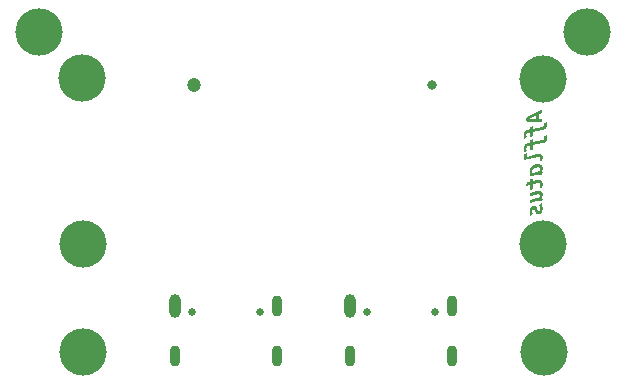
<source format=gbr>
%TF.GenerationSoftware,KiCad,Pcbnew,(7.0.0)*%
%TF.CreationDate,2023-04-19T19:18:22+08:00*%
%TF.ProjectId,Expansion,45787061-6e73-4696-9f6e-2e6b69636164,rev?*%
%TF.SameCoordinates,Original*%
%TF.FileFunction,Soldermask,Bot*%
%TF.FilePolarity,Negative*%
%FSLAX46Y46*%
G04 Gerber Fmt 4.6, Leading zero omitted, Abs format (unit mm)*
G04 Created by KiCad (PCBNEW (7.0.0)) date 2023-04-19 19:18:22*
%MOMM*%
%LPD*%
G01*
G04 APERTURE LIST*
%ADD10C,0.200000*%
%ADD11C,4.000000*%
%ADD12C,0.650000*%
%ADD13O,1.000000X2.000000*%
%ADD14O,0.900000X1.800000*%
%ADD15C,1.200000*%
%ADD16C,0.800000*%
G04 APERTURE END LIST*
D10*
G36*
X156418000Y-86147690D02*
G01*
X156407271Y-86151663D01*
X156391247Y-86157686D01*
X156375306Y-86163785D01*
X156359447Y-86169960D01*
X156343670Y-86176210D01*
X156327976Y-86182535D01*
X156312364Y-86188936D01*
X156296835Y-86195413D01*
X156281388Y-86201965D01*
X156266024Y-86208593D01*
X156250742Y-86215296D01*
X156240600Y-86219783D01*
X156225455Y-86226484D01*
X156210393Y-86233150D01*
X156195413Y-86239783D01*
X156180516Y-86246381D01*
X156165701Y-86252944D01*
X156150969Y-86259474D01*
X156136319Y-86265968D01*
X156121751Y-86272429D01*
X156107266Y-86278855D01*
X156092863Y-86285247D01*
X156092863Y-86681507D01*
X156418000Y-86672519D01*
X156418000Y-86951542D01*
X156216743Y-86951542D01*
X156195704Y-86951235D01*
X156174743Y-86950899D01*
X156153859Y-86950535D01*
X156133054Y-86950143D01*
X156112326Y-86949723D01*
X156091676Y-86949275D01*
X156071104Y-86948798D01*
X156050609Y-86948293D01*
X156030193Y-86947760D01*
X156009854Y-86947199D01*
X155989594Y-86946609D01*
X155969411Y-86945991D01*
X155949306Y-86945345D01*
X155929279Y-86944671D01*
X155909329Y-86943968D01*
X155889458Y-86943237D01*
X155869664Y-86942478D01*
X155849949Y-86941691D01*
X155830311Y-86940876D01*
X155810751Y-86940032D01*
X155791269Y-86939160D01*
X155771864Y-86938259D01*
X155752538Y-86937331D01*
X155733289Y-86936374D01*
X155714118Y-86935389D01*
X155695025Y-86934376D01*
X155676010Y-86933335D01*
X155657073Y-86932265D01*
X155638214Y-86931167D01*
X155619432Y-86930041D01*
X155600729Y-86928886D01*
X155582103Y-86927704D01*
X155563522Y-86926519D01*
X155545001Y-86925309D01*
X155526540Y-86924073D01*
X155508140Y-86922813D01*
X155489800Y-86921527D01*
X155471520Y-86920216D01*
X155453301Y-86918880D01*
X155435142Y-86917519D01*
X155417043Y-86916132D01*
X155399005Y-86914721D01*
X155381026Y-86913284D01*
X155363109Y-86911822D01*
X155345251Y-86910335D01*
X155327454Y-86908822D01*
X155309717Y-86907285D01*
X155292040Y-86905722D01*
X155274424Y-86904134D01*
X155256867Y-86902521D01*
X155239372Y-86900882D01*
X155221936Y-86899219D01*
X155204561Y-86897530D01*
X155187246Y-86895816D01*
X155169991Y-86894077D01*
X155152797Y-86892313D01*
X155135663Y-86890523D01*
X155118589Y-86888709D01*
X155101576Y-86886869D01*
X155084623Y-86885004D01*
X155067730Y-86883114D01*
X155050897Y-86881198D01*
X155034125Y-86879258D01*
X155017413Y-86877292D01*
X155017413Y-86672519D01*
X155281977Y-86672519D01*
X155288772Y-86672815D01*
X155305798Y-86673582D01*
X155322882Y-86674387D01*
X155340023Y-86675231D01*
X155357221Y-86676112D01*
X155374476Y-86677032D01*
X155391789Y-86677990D01*
X155409294Y-86679051D01*
X155427372Y-86680035D01*
X155446022Y-86680944D01*
X155465245Y-86681775D01*
X155481035Y-86682386D01*
X155497192Y-86682948D01*
X155513715Y-86683461D01*
X155517910Y-86683606D01*
X155535065Y-86684165D01*
X155552818Y-86684687D01*
X155571170Y-86685172D01*
X155590120Y-86685621D01*
X155609669Y-86686033D01*
X155629816Y-86686409D01*
X155650561Y-86686748D01*
X155666513Y-86686978D01*
X155677374Y-86687111D01*
X155694095Y-86687258D01*
X155711332Y-86687344D01*
X155729083Y-86687368D01*
X155747350Y-86687330D01*
X155766132Y-86687231D01*
X155785429Y-86687069D01*
X155805241Y-86686846D01*
X155825569Y-86686561D01*
X155846411Y-86686214D01*
X155867769Y-86685806D01*
X155867769Y-86388806D01*
X155853473Y-86395257D01*
X155832459Y-86404762D01*
X155811960Y-86414061D01*
X155791976Y-86423154D01*
X155772507Y-86432040D01*
X155753553Y-86440721D01*
X155735115Y-86449195D01*
X155717192Y-86457464D01*
X155699784Y-86465526D01*
X155682891Y-86473382D01*
X155666513Y-86481032D01*
X155661158Y-86483564D01*
X155645319Y-86491065D01*
X155629816Y-86498420D01*
X155614650Y-86505632D01*
X155599820Y-86512700D01*
X155585327Y-86519623D01*
X155566526Y-86528629D01*
X155548324Y-86537379D01*
X155530720Y-86545873D01*
X155513715Y-86554110D01*
X155501298Y-86560223D01*
X155485096Y-86568247D01*
X155469297Y-86576124D01*
X155453900Y-86583854D01*
X155438907Y-86591438D01*
X155424316Y-86598875D01*
X155410129Y-86606166D01*
X155392961Y-86615073D01*
X155389564Y-86616832D01*
X155372509Y-86625665D01*
X155355339Y-86634555D01*
X155338055Y-86643503D01*
X155324146Y-86650702D01*
X155310163Y-86657937D01*
X155296107Y-86665210D01*
X155281977Y-86672519D01*
X155017413Y-86672519D01*
X155017413Y-86582247D01*
X155034731Y-86571686D01*
X155052198Y-86561109D01*
X155069814Y-86550514D01*
X155087578Y-86539901D01*
X155105491Y-86529271D01*
X155123554Y-86518623D01*
X155141765Y-86507957D01*
X155160124Y-86497274D01*
X155178633Y-86486574D01*
X155197291Y-86475856D01*
X155216097Y-86465120D01*
X155235052Y-86454367D01*
X155254156Y-86443596D01*
X155273409Y-86432808D01*
X155292810Y-86422002D01*
X155312361Y-86411179D01*
X155332060Y-86400338D01*
X155351908Y-86389479D01*
X155371905Y-86378603D01*
X155392051Y-86367710D01*
X155412346Y-86356799D01*
X155432789Y-86345870D01*
X155453382Y-86334924D01*
X155474123Y-86323960D01*
X155495013Y-86312978D01*
X155516052Y-86301979D01*
X155537240Y-86290963D01*
X155558576Y-86279929D01*
X155580061Y-86268877D01*
X155601696Y-86257808D01*
X155623479Y-86246721D01*
X155645411Y-86235617D01*
X155667460Y-86224491D01*
X155689644Y-86213338D01*
X155711964Y-86202158D01*
X155734419Y-86190951D01*
X155757009Y-86179718D01*
X155779733Y-86168458D01*
X155802593Y-86157171D01*
X155825588Y-86145858D01*
X155848719Y-86134518D01*
X155871984Y-86123151D01*
X155895384Y-86111757D01*
X155918920Y-86100337D01*
X155942590Y-86088890D01*
X155966396Y-86077416D01*
X155990337Y-86065916D01*
X156014413Y-86054389D01*
X156038624Y-86042835D01*
X156062970Y-86031255D01*
X156087451Y-86019647D01*
X156112067Y-86008013D01*
X156136818Y-85996353D01*
X156161705Y-85984665D01*
X156186726Y-85972951D01*
X156211883Y-85961210D01*
X156237175Y-85949443D01*
X156262602Y-85937648D01*
X156288163Y-85925827D01*
X156313860Y-85913980D01*
X156339693Y-85902105D01*
X156365660Y-85890204D01*
X156391762Y-85878276D01*
X156418000Y-85866322D01*
X156418000Y-86147690D01*
G37*
G36*
X156374622Y-87624870D02*
G01*
X156401095Y-87619245D01*
X156426780Y-87613019D01*
X156451678Y-87606190D01*
X156475787Y-87598761D01*
X156499109Y-87590730D01*
X156521644Y-87582097D01*
X156543391Y-87572863D01*
X156564350Y-87563028D01*
X156584521Y-87552591D01*
X156603905Y-87541553D01*
X156622501Y-87529913D01*
X156640309Y-87517672D01*
X156657330Y-87504830D01*
X156673563Y-87491386D01*
X156689008Y-87477340D01*
X156703666Y-87462693D01*
X156717531Y-87447486D01*
X156730502Y-87431662D01*
X156742578Y-87415221D01*
X156753760Y-87398164D01*
X156764047Y-87380490D01*
X156773440Y-87362199D01*
X156781938Y-87343292D01*
X156789542Y-87323768D01*
X156796251Y-87303627D01*
X156802065Y-87282869D01*
X156806985Y-87261495D01*
X156811011Y-87239504D01*
X156814142Y-87216896D01*
X156816378Y-87193672D01*
X156817720Y-87169831D01*
X156818167Y-87145373D01*
X156817990Y-87128648D01*
X156817459Y-87112278D01*
X156816573Y-87096262D01*
X156815334Y-87080600D01*
X156813286Y-87061520D01*
X156810686Y-87042994D01*
X156807531Y-87025021D01*
X156806834Y-87021493D01*
X156803243Y-87004184D01*
X156799308Y-86987429D01*
X156795030Y-86971227D01*
X156790409Y-86955578D01*
X156785444Y-86940482D01*
X156779032Y-86923098D01*
X156777916Y-86920279D01*
X156565718Y-86996873D01*
X156571164Y-87011870D01*
X156576171Y-87027550D01*
X156580739Y-87043914D01*
X156584866Y-87060963D01*
X156588064Y-87076684D01*
X156590476Y-87093415D01*
X156592103Y-87111156D01*
X156592872Y-87127166D01*
X156593073Y-87141074D01*
X156592482Y-87159072D01*
X156590710Y-87176135D01*
X156587756Y-87192264D01*
X156583621Y-87207459D01*
X156577303Y-87224006D01*
X156576269Y-87226266D01*
X156568583Y-87241549D01*
X156559888Y-87255598D01*
X156550183Y-87268413D01*
X156539468Y-87279993D01*
X156532891Y-87286057D01*
X156520627Y-87296037D01*
X156507427Y-87305120D01*
X156493293Y-87313305D01*
X156478224Y-87320593D01*
X156469193Y-87324354D01*
X156452860Y-87330458D01*
X156436003Y-87335777D01*
X156418623Y-87340310D01*
X156403309Y-87343571D01*
X156390254Y-87345847D01*
X155592654Y-87499036D01*
X155592654Y-87271598D01*
X155367560Y-87327871D01*
X155367560Y-87546322D01*
X155303861Y-87557655D01*
X155287285Y-87561109D01*
X155271066Y-87564732D01*
X155255204Y-87568522D01*
X155239699Y-87572480D01*
X155224551Y-87576606D01*
X155202499Y-87583111D01*
X155181251Y-87589993D01*
X155160807Y-87597252D01*
X155141167Y-87604890D01*
X155122330Y-87612905D01*
X155104297Y-87621298D01*
X155087067Y-87630069D01*
X155081503Y-87633077D01*
X155065256Y-87642317D01*
X155049634Y-87651867D01*
X155034637Y-87661726D01*
X155020265Y-87671893D01*
X155006518Y-87682370D01*
X154993397Y-87693156D01*
X154980900Y-87704251D01*
X154969029Y-87715655D01*
X154957783Y-87727369D01*
X154947161Y-87739391D01*
X154940428Y-87747578D01*
X154930734Y-87760161D01*
X154921583Y-87772999D01*
X154912975Y-87786091D01*
X154902341Y-87803942D01*
X154892672Y-87822245D01*
X154883968Y-87841000D01*
X154876228Y-87860206D01*
X154869454Y-87879865D01*
X154865006Y-87894905D01*
X154860955Y-87910222D01*
X154857303Y-87925689D01*
X154854049Y-87941308D01*
X154851194Y-87957077D01*
X154848737Y-87972998D01*
X154846678Y-87989070D01*
X154845018Y-88005293D01*
X154843757Y-88021667D01*
X154842893Y-88038193D01*
X154842429Y-88054869D01*
X154842340Y-88066071D01*
X154842511Y-88084047D01*
X154843024Y-88101828D01*
X154843879Y-88119413D01*
X154845076Y-88136803D01*
X154846614Y-88153998D01*
X154848495Y-88170997D01*
X154850718Y-88187801D01*
X154853282Y-88204410D01*
X154856158Y-88220896D01*
X154859510Y-88237138D01*
X154863339Y-88253136D01*
X154867644Y-88268890D01*
X154872425Y-88284399D01*
X154877682Y-88299665D01*
X154883416Y-88314685D01*
X154889625Y-88329462D01*
X155105732Y-88232547D01*
X155098510Y-88215886D01*
X155092084Y-88199610D01*
X155086456Y-88183719D01*
X155081625Y-88168213D01*
X155077590Y-88153091D01*
X155076422Y-88148136D01*
X155072920Y-88130647D01*
X155070603Y-88115030D01*
X155068918Y-88098837D01*
X155067864Y-88082067D01*
X155067443Y-88064719D01*
X155067434Y-88061772D01*
X155067752Y-88044253D01*
X155068706Y-88027257D01*
X155070295Y-88010786D01*
X155072521Y-87994837D01*
X155074078Y-87985959D01*
X155078327Y-87968911D01*
X155084824Y-87952547D01*
X155092352Y-87938789D01*
X155101601Y-87925555D01*
X155104559Y-87921870D01*
X155116054Y-87909517D01*
X155129681Y-87897763D01*
X155143058Y-87888164D01*
X155158001Y-87879005D01*
X155174510Y-87870286D01*
X155189600Y-87863432D01*
X155206292Y-87857035D01*
X155224588Y-87851097D01*
X155240378Y-87846676D01*
X155257194Y-87842549D01*
X155275036Y-87838714D01*
X155293904Y-87835173D01*
X155298781Y-87834333D01*
X155367560Y-87823000D01*
X155367560Y-88205582D01*
X155592654Y-88149309D01*
X155592654Y-87778060D01*
X156374622Y-87624870D01*
G37*
G36*
X156374622Y-88744089D02*
G01*
X156401095Y-88738464D01*
X156426780Y-88732237D01*
X156451678Y-88725409D01*
X156475787Y-88717979D01*
X156499109Y-88709948D01*
X156521644Y-88701316D01*
X156543391Y-88692082D01*
X156564350Y-88682247D01*
X156584521Y-88671810D01*
X156603905Y-88660771D01*
X156622501Y-88649132D01*
X156640309Y-88636891D01*
X156657330Y-88624048D01*
X156673563Y-88610604D01*
X156689008Y-88596559D01*
X156703666Y-88581912D01*
X156717531Y-88566704D01*
X156730502Y-88550881D01*
X156742578Y-88534440D01*
X156753760Y-88517383D01*
X156764047Y-88499709D01*
X156773440Y-88481418D01*
X156781938Y-88462510D01*
X156789542Y-88442986D01*
X156796251Y-88422845D01*
X156802065Y-88402088D01*
X156806985Y-88380713D01*
X156811011Y-88358722D01*
X156814142Y-88336115D01*
X156816378Y-88312890D01*
X156817720Y-88289049D01*
X156818167Y-88264591D01*
X156817990Y-88247867D01*
X156817459Y-88231496D01*
X156816573Y-88215480D01*
X156815334Y-88199818D01*
X156813286Y-88180738D01*
X156810686Y-88162212D01*
X156807531Y-88144239D01*
X156806834Y-88140711D01*
X156803243Y-88123402D01*
X156799308Y-88106647D01*
X156795030Y-88090445D01*
X156790409Y-88074796D01*
X156785444Y-88059701D01*
X156779032Y-88042317D01*
X156777916Y-88039497D01*
X156565718Y-88116092D01*
X156571164Y-88131088D01*
X156576171Y-88146769D01*
X156580739Y-88163133D01*
X156584866Y-88180181D01*
X156588064Y-88195902D01*
X156590476Y-88212633D01*
X156592103Y-88230374D01*
X156592872Y-88246384D01*
X156593073Y-88260293D01*
X156592482Y-88278290D01*
X156590710Y-88295354D01*
X156587756Y-88311483D01*
X156583621Y-88326678D01*
X156577303Y-88343224D01*
X156576269Y-88345484D01*
X156568583Y-88360768D01*
X156559888Y-88374817D01*
X156550183Y-88387631D01*
X156539468Y-88399212D01*
X156532891Y-88405275D01*
X156520627Y-88415256D01*
X156507427Y-88424338D01*
X156493293Y-88432523D01*
X156478224Y-88439811D01*
X156469193Y-88443572D01*
X156452860Y-88449677D01*
X156436003Y-88454995D01*
X156418623Y-88459529D01*
X156403309Y-88462789D01*
X156390254Y-88465066D01*
X155592654Y-88618255D01*
X155592654Y-88390816D01*
X155367560Y-88447090D01*
X155367560Y-88665540D01*
X155303861Y-88676873D01*
X155287285Y-88680328D01*
X155271066Y-88683950D01*
X155255204Y-88687740D01*
X155239699Y-88691699D01*
X155224551Y-88695825D01*
X155202499Y-88702329D01*
X155181251Y-88709211D01*
X155160807Y-88716471D01*
X155141167Y-88724108D01*
X155122330Y-88732124D01*
X155104297Y-88740517D01*
X155087067Y-88749288D01*
X155081503Y-88752295D01*
X155065256Y-88761536D01*
X155049634Y-88771085D01*
X155034637Y-88780944D01*
X155020265Y-88791112D01*
X155006518Y-88801589D01*
X154993397Y-88812375D01*
X154980900Y-88823470D01*
X154969029Y-88834874D01*
X154957783Y-88846587D01*
X154947161Y-88858610D01*
X154940428Y-88866796D01*
X154930734Y-88879380D01*
X154921583Y-88892218D01*
X154912975Y-88905309D01*
X154902341Y-88923160D01*
X154892672Y-88941463D01*
X154883968Y-88960218D01*
X154876228Y-88979425D01*
X154869454Y-88999083D01*
X154865006Y-89014124D01*
X154860955Y-89029440D01*
X154857303Y-89044907D01*
X154854049Y-89060526D01*
X154851194Y-89076296D01*
X154848737Y-89092217D01*
X154846678Y-89108288D01*
X154845018Y-89124512D01*
X154843757Y-89140886D01*
X154842893Y-89157411D01*
X154842429Y-89174088D01*
X154842340Y-89185289D01*
X154842511Y-89203265D01*
X154843024Y-89221046D01*
X154843879Y-89238632D01*
X154845076Y-89256022D01*
X154846614Y-89273217D01*
X154848495Y-89290216D01*
X154850718Y-89307020D01*
X154853282Y-89323628D01*
X154856158Y-89340115D01*
X154859510Y-89356357D01*
X154863339Y-89372355D01*
X154867644Y-89388108D01*
X154872425Y-89403618D01*
X154877682Y-89418883D01*
X154883416Y-89433904D01*
X154889625Y-89448681D01*
X155105732Y-89351765D01*
X155098510Y-89335105D01*
X155092084Y-89318829D01*
X155086456Y-89302938D01*
X155081625Y-89287431D01*
X155077590Y-89272310D01*
X155076422Y-89267355D01*
X155072920Y-89249865D01*
X155070603Y-89234249D01*
X155068918Y-89218055D01*
X155067864Y-89201285D01*
X155067443Y-89183938D01*
X155067434Y-89180990D01*
X155067752Y-89163471D01*
X155068706Y-89146476D01*
X155070295Y-89130004D01*
X155072521Y-89114056D01*
X155074078Y-89105177D01*
X155078327Y-89088129D01*
X155084824Y-89071765D01*
X155092352Y-89058007D01*
X155101601Y-89044773D01*
X155104559Y-89041088D01*
X155116054Y-89028736D01*
X155129681Y-89016981D01*
X155143058Y-89007383D01*
X155158001Y-88998224D01*
X155174510Y-88989504D01*
X155189600Y-88982650D01*
X155206292Y-88976254D01*
X155224588Y-88970316D01*
X155240378Y-88965895D01*
X155257194Y-88961767D01*
X155275036Y-88957933D01*
X155293904Y-88954391D01*
X155298781Y-88953551D01*
X155367560Y-88942219D01*
X155367560Y-89324801D01*
X155592654Y-89268527D01*
X155592654Y-88897278D01*
X156374622Y-88744089D01*
G37*
G36*
X156377748Y-90261912D02*
G01*
X156384411Y-90247509D01*
X156390956Y-90233018D01*
X156393771Y-90226741D01*
X156400084Y-90210903D01*
X156405591Y-90194594D01*
X156410330Y-90178600D01*
X156414995Y-90160998D01*
X156415655Y-90158353D01*
X156419529Y-90141857D01*
X156423239Y-90124317D01*
X156426204Y-90108903D01*
X156429055Y-90092764D01*
X156431791Y-90075900D01*
X156434413Y-90058311D01*
X156436889Y-90040054D01*
X156438946Y-90021186D01*
X156440584Y-90001707D01*
X156441591Y-89985685D01*
X156442330Y-89969272D01*
X156442800Y-89952468D01*
X156443002Y-89935273D01*
X156443010Y-89930914D01*
X156442702Y-89912112D01*
X156441777Y-89893905D01*
X156440235Y-89876293D01*
X156438076Y-89859277D01*
X156435301Y-89842856D01*
X156431909Y-89827031D01*
X156427900Y-89811801D01*
X156420731Y-89790072D01*
X156412174Y-89769683D01*
X156402230Y-89750633D01*
X156390898Y-89732923D01*
X156378178Y-89716552D01*
X156364071Y-89701521D01*
X156348640Y-89687832D01*
X156332096Y-89675491D01*
X156314440Y-89664495D01*
X156295670Y-89654846D01*
X156275788Y-89646543D01*
X156254793Y-89639587D01*
X156232686Y-89633977D01*
X156217329Y-89630985D01*
X156201477Y-89628591D01*
X156185132Y-89626796D01*
X156168291Y-89625599D01*
X156150956Y-89625001D01*
X156142103Y-89624926D01*
X156125179Y-89625188D01*
X156107919Y-89625973D01*
X156090323Y-89627282D01*
X156072390Y-89629115D01*
X156061991Y-89630397D01*
X156046068Y-89632788D01*
X156029953Y-89635563D01*
X156013645Y-89638723D01*
X155997145Y-89642267D01*
X155980452Y-89646197D01*
X155974845Y-89647592D01*
X155092445Y-89856664D01*
X155092445Y-89563963D01*
X154867351Y-89617892D01*
X154867351Y-90187662D01*
X156008062Y-89921926D01*
X156024107Y-89918785D01*
X156039494Y-89915610D01*
X156055645Y-89912130D01*
X156057302Y-89911765D01*
X156073093Y-89908880D01*
X156089142Y-89906940D01*
X156103806Y-89906294D01*
X156120553Y-89907160D01*
X156136504Y-89909756D01*
X156151657Y-89914084D01*
X156168330Y-89921321D01*
X156181757Y-89929399D01*
X156183917Y-89930914D01*
X156195471Y-89942106D01*
X156204635Y-89956926D01*
X156210445Y-89972046D01*
X156214596Y-89989685D01*
X156216720Y-90005609D01*
X156217783Y-90023146D01*
X156217916Y-90032519D01*
X156217574Y-90048224D01*
X156216548Y-90064075D01*
X156214838Y-90080073D01*
X156212445Y-90096217D01*
X156209318Y-90112411D01*
X156205801Y-90128164D01*
X156201893Y-90143478D01*
X156197595Y-90158353D01*
X156192724Y-90174283D01*
X156187748Y-90190677D01*
X156183229Y-90205698D01*
X156181963Y-90209937D01*
X156177255Y-90225342D01*
X156172144Y-90240117D01*
X156170630Y-90243935D01*
X156377748Y-90261912D01*
G37*
G36*
X156057271Y-90501408D02*
G01*
X156081115Y-90502411D01*
X156104215Y-90504083D01*
X156126569Y-90506423D01*
X156148178Y-90509432D01*
X156169043Y-90513109D01*
X156189162Y-90517455D01*
X156208537Y-90522470D01*
X156227166Y-90528153D01*
X156245051Y-90534505D01*
X156262191Y-90541525D01*
X156278586Y-90549214D01*
X156294236Y-90557572D01*
X156309140Y-90566598D01*
X156323300Y-90576293D01*
X156336715Y-90586657D01*
X156349312Y-90597600D01*
X156361115Y-90609036D01*
X156372125Y-90620962D01*
X156382340Y-90633381D01*
X156391762Y-90646290D01*
X156400390Y-90659692D01*
X156408224Y-90673584D01*
X156415264Y-90687969D01*
X156421510Y-90702845D01*
X156426963Y-90718212D01*
X156431622Y-90734071D01*
X156435487Y-90750422D01*
X156438559Y-90767264D01*
X156440836Y-90784597D01*
X156442320Y-90802423D01*
X156443010Y-90820739D01*
X156442870Y-90835756D01*
X156442132Y-90857622D01*
X156440763Y-90878698D01*
X156438762Y-90898984D01*
X156436128Y-90918481D01*
X156432863Y-90937187D01*
X156428966Y-90955103D01*
X156424437Y-90972230D01*
X156419276Y-90988566D01*
X156413483Y-91004113D01*
X156407057Y-91018869D01*
X156402573Y-91028320D01*
X156393658Y-91046479D01*
X156384816Y-91063649D01*
X156376048Y-91079830D01*
X156367353Y-91095022D01*
X156358731Y-91109225D01*
X156348057Y-91125587D01*
X156337497Y-91140404D01*
X156341887Y-91141720D01*
X156357036Y-91147048D01*
X156370030Y-91152226D01*
X156384782Y-91158381D01*
X156399926Y-91165024D01*
X156414092Y-91171667D01*
X156421976Y-91175797D01*
X156436367Y-91183000D01*
X156396115Y-91426071D01*
X156380954Y-91421113D01*
X156365756Y-91416399D01*
X156350521Y-91411929D01*
X156335250Y-91407704D01*
X156319942Y-91403722D01*
X156304598Y-91399986D01*
X156289216Y-91396493D01*
X156273799Y-91393244D01*
X156258314Y-91390405D01*
X156242731Y-91387944D01*
X156227050Y-91385862D01*
X156211272Y-91384159D01*
X156195397Y-91382834D01*
X156179423Y-91381887D01*
X156163352Y-91381319D01*
X156147183Y-91381130D01*
X156137139Y-91381197D01*
X156119649Y-91381638D01*
X156102271Y-91382490D01*
X156085006Y-91383754D01*
X156067853Y-91385429D01*
X156057973Y-91386668D01*
X156040625Y-91389161D01*
X156023202Y-91392064D01*
X156005705Y-91395380D01*
X155988132Y-91399106D01*
X155416408Y-91538618D01*
X155411748Y-91526512D01*
X155405049Y-91508389D01*
X155398701Y-91490307D01*
X155392703Y-91472265D01*
X155387055Y-91454265D01*
X155381758Y-91436307D01*
X155376811Y-91418389D01*
X155372214Y-91400513D01*
X155367967Y-91382678D01*
X155364071Y-91364884D01*
X155360526Y-91347131D01*
X155358349Y-91335365D01*
X155355347Y-91317738D01*
X155352661Y-91300139D01*
X155350291Y-91282567D01*
X155348237Y-91265023D01*
X155346499Y-91247506D01*
X155345077Y-91230017D01*
X155343971Y-91212555D01*
X155343181Y-91195121D01*
X155342707Y-91177714D01*
X155342549Y-91160334D01*
X155342746Y-91143538D01*
X155343337Y-91126855D01*
X155343879Y-91117739D01*
X155567644Y-91117739D01*
X155567653Y-91120825D01*
X155567973Y-91136533D01*
X155568752Y-91152699D01*
X155569988Y-91169323D01*
X155570300Y-91172731D01*
X155572406Y-91189454D01*
X155575429Y-91205643D01*
X155579367Y-91221297D01*
X155989695Y-91124382D01*
X155994545Y-91123275D01*
X156010966Y-91119666D01*
X156026527Y-91116468D01*
X156043258Y-91113318D01*
X156058865Y-91110704D01*
X156072123Y-91108824D01*
X156089444Y-91106406D01*
X156105100Y-91104256D01*
X156121000Y-91102107D01*
X156125845Y-91098106D01*
X156137611Y-91087716D01*
X156148881Y-91076773D01*
X156159654Y-91065276D01*
X156169931Y-91053226D01*
X156179712Y-91040623D01*
X156188997Y-91027466D01*
X156192499Y-91022062D01*
X156200265Y-91007858D01*
X156206620Y-90992662D01*
X156211562Y-90976473D01*
X156215092Y-90959292D01*
X156217210Y-90941119D01*
X156217916Y-90921953D01*
X156217600Y-90909451D01*
X156216195Y-90893551D01*
X156213272Y-90876714D01*
X156208928Y-90860990D01*
X156205663Y-90852755D01*
X156198103Y-90838893D01*
X156188380Y-90826267D01*
X156176492Y-90814877D01*
X156173548Y-90812519D01*
X156160517Y-90803787D01*
X156145484Y-90796179D01*
X156130687Y-90790444D01*
X156114357Y-90785568D01*
X156101526Y-90782641D01*
X156084820Y-90779783D01*
X156066685Y-90777640D01*
X156050481Y-90776400D01*
X156033285Y-90775656D01*
X156015096Y-90775408D01*
X156004419Y-90775499D01*
X155988476Y-90775980D01*
X155972623Y-90776873D01*
X155956859Y-90778178D01*
X155941184Y-90779896D01*
X155925599Y-90782025D01*
X155910103Y-90784567D01*
X155894696Y-90787521D01*
X155879378Y-90790887D01*
X155864150Y-90794665D01*
X155849011Y-90798855D01*
X155843974Y-90800366D01*
X155829081Y-90805144D01*
X155809737Y-90812093D01*
X155790979Y-90819701D01*
X155772808Y-90827969D01*
X155755222Y-90836896D01*
X155738223Y-90846482D01*
X155721810Y-90856728D01*
X155705983Y-90867634D01*
X155690827Y-90879241D01*
X155676429Y-90891399D01*
X155662788Y-90904105D01*
X155649905Y-90917362D01*
X155637778Y-90931168D01*
X155626408Y-90945523D01*
X155615796Y-90960428D01*
X155605941Y-90975882D01*
X155596965Y-90991862D01*
X155589186Y-91008342D01*
X155582603Y-91025323D01*
X155577218Y-91042805D01*
X155573029Y-91060787D01*
X155570037Y-91079270D01*
X155568242Y-91098254D01*
X155567644Y-91117739D01*
X155343879Y-91117739D01*
X155344322Y-91110285D01*
X155345700Y-91093827D01*
X155347472Y-91077483D01*
X155349639Y-91061251D01*
X155352199Y-91045133D01*
X155355152Y-91029127D01*
X155358500Y-91013235D01*
X155362241Y-90997455D01*
X155366377Y-90981788D01*
X155370906Y-90966235D01*
X155375829Y-90950794D01*
X155381146Y-90935466D01*
X155386857Y-90920251D01*
X155392961Y-90905150D01*
X155399421Y-90890222D01*
X155406199Y-90875529D01*
X155413294Y-90861071D01*
X155420707Y-90846849D01*
X155428437Y-90832861D01*
X155436485Y-90819109D01*
X155444851Y-90805592D01*
X155453533Y-90792309D01*
X155462534Y-90779262D01*
X155471852Y-90766450D01*
X155481487Y-90753873D01*
X155491440Y-90741531D01*
X155501710Y-90729424D01*
X155512298Y-90717553D01*
X155523204Y-90705916D01*
X155534427Y-90694515D01*
X155545904Y-90683427D01*
X155557672Y-90672636D01*
X155569730Y-90662142D01*
X155582078Y-90651943D01*
X155594716Y-90642040D01*
X155607644Y-90632434D01*
X155620863Y-90623124D01*
X155634371Y-90614110D01*
X155648169Y-90605392D01*
X155662257Y-90596970D01*
X155676635Y-90588844D01*
X155691304Y-90581015D01*
X155706262Y-90573481D01*
X155721510Y-90566244D01*
X155737049Y-90559303D01*
X155752877Y-90552658D01*
X155768900Y-90546412D01*
X155785117Y-90540568D01*
X155801531Y-90535128D01*
X155818139Y-90530090D01*
X155834943Y-90525456D01*
X155851942Y-90521224D01*
X155869137Y-90517396D01*
X155886527Y-90513970D01*
X155904113Y-90510948D01*
X155921893Y-90508328D01*
X155939870Y-90506112D01*
X155958041Y-90504298D01*
X155976408Y-90502888D01*
X155994971Y-90501880D01*
X156013729Y-90501276D01*
X156032682Y-90501074D01*
X156057271Y-90501408D01*
G37*
G36*
X155592654Y-91935268D02*
G01*
X155592654Y-91723852D01*
X155367560Y-91780125D01*
X155367560Y-91989197D01*
X155112375Y-92052505D01*
X155067434Y-92342861D01*
X155367560Y-92266266D01*
X155367560Y-92669169D01*
X155592654Y-92612896D01*
X155592654Y-92212337D01*
X156013143Y-92113077D01*
X156030587Y-92109812D01*
X156046772Y-92107101D01*
X156064531Y-92104577D01*
X156080477Y-92102851D01*
X156096789Y-92101844D01*
X156103024Y-92101744D01*
X156119504Y-92102465D01*
X156138095Y-92105392D01*
X156154454Y-92110570D01*
X156168580Y-92118001D01*
X156182584Y-92129889D01*
X156193374Y-92145020D01*
X156194859Y-92147857D01*
X156201501Y-92162573D01*
X156207018Y-92177899D01*
X156211409Y-92193836D01*
X156214673Y-92210383D01*
X156216812Y-92227541D01*
X156217826Y-92245310D01*
X156217916Y-92252588D01*
X156217563Y-92271716D01*
X156216504Y-92290996D01*
X156214739Y-92310428D01*
X156212818Y-92326084D01*
X156210446Y-92341838D01*
X156207622Y-92357689D01*
X156204346Y-92373638D01*
X156203457Y-92377641D01*
X156199591Y-92393614D01*
X156195421Y-92409490D01*
X156190945Y-92425268D01*
X156186164Y-92440949D01*
X156181078Y-92456531D01*
X156175686Y-92472016D01*
X156169989Y-92487404D01*
X156163987Y-92502693D01*
X156384001Y-92500348D01*
X156391188Y-92482720D01*
X156397898Y-92464616D01*
X156404133Y-92446035D01*
X156409891Y-92426978D01*
X156415172Y-92407445D01*
X156419978Y-92387435D01*
X156423269Y-92372115D01*
X156426293Y-92356528D01*
X156428160Y-92345987D01*
X156430814Y-92330170D01*
X156433207Y-92314374D01*
X156435338Y-92298599D01*
X156437209Y-92282844D01*
X156438819Y-92267110D01*
X156440168Y-92251396D01*
X156441255Y-92235703D01*
X156442082Y-92220031D01*
X156442647Y-92204379D01*
X156442952Y-92188748D01*
X156443010Y-92178339D01*
X156442711Y-92156175D01*
X156441813Y-92134723D01*
X156440317Y-92113982D01*
X156438223Y-92093953D01*
X156435530Y-92074635D01*
X156432239Y-92056028D01*
X156428349Y-92038133D01*
X156423861Y-92020949D01*
X156418775Y-92004476D01*
X156413090Y-91988715D01*
X156406807Y-91973665D01*
X156399926Y-91959326D01*
X156388481Y-91939152D01*
X156375691Y-91920578D01*
X156366415Y-91909085D01*
X156351369Y-91893232D01*
X156335100Y-91878938D01*
X156317609Y-91866204D01*
X156298894Y-91855028D01*
X156278957Y-91845412D01*
X156257798Y-91837356D01*
X156235415Y-91830859D01*
X156219814Y-91827393D01*
X156203670Y-91824621D01*
X156186982Y-91822542D01*
X156169750Y-91821156D01*
X156151976Y-91820463D01*
X156142884Y-91820376D01*
X156127099Y-91820582D01*
X156111201Y-91821199D01*
X156095192Y-91822228D01*
X156079070Y-91823668D01*
X156069807Y-91824675D01*
X156053151Y-91827045D01*
X156036008Y-91830050D01*
X156018380Y-91833691D01*
X156002882Y-91837318D01*
X155989695Y-91840697D01*
X155592654Y-91935268D01*
G37*
G36*
X156443010Y-93092784D02*
G01*
X156442679Y-93070449D01*
X156441685Y-93048973D01*
X156440029Y-93028354D01*
X156437710Y-93008593D01*
X156434729Y-92989690D01*
X156431085Y-92971646D01*
X156426779Y-92954458D01*
X156421810Y-92938129D01*
X156416178Y-92922658D01*
X156409885Y-92908045D01*
X156399202Y-92887733D01*
X156387028Y-92869352D01*
X156373364Y-92852901D01*
X156358209Y-92838381D01*
X156341689Y-92825530D01*
X156324077Y-92813944D01*
X156305373Y-92803622D01*
X156285577Y-92794563D01*
X156264689Y-92786769D01*
X156242708Y-92780239D01*
X156227447Y-92776587D01*
X156211701Y-92773497D01*
X156195470Y-92770969D01*
X156178753Y-92769003D01*
X156161551Y-92767599D01*
X156143863Y-92766756D01*
X156125690Y-92766475D01*
X156106054Y-92766754D01*
X156085834Y-92767588D01*
X156065030Y-92768979D01*
X156043642Y-92770927D01*
X156021671Y-92773431D01*
X155999115Y-92776491D01*
X155975976Y-92780108D01*
X155960225Y-92782828D01*
X155944215Y-92785795D01*
X155927946Y-92789010D01*
X155911417Y-92792472D01*
X155894628Y-92796182D01*
X155886136Y-92798129D01*
X155367560Y-92923963D01*
X155367560Y-93200642D01*
X155876757Y-93081451D01*
X155893659Y-93077097D01*
X155910170Y-93073025D01*
X155926290Y-93069233D01*
X155942019Y-93065722D01*
X155957357Y-93062492D01*
X155975981Y-93058849D01*
X155993994Y-93055645D01*
X156001028Y-93054487D01*
X156018064Y-93051897D01*
X156034489Y-93049747D01*
X156050304Y-93048035D01*
X156068476Y-93046561D01*
X156085768Y-93045718D01*
X156099507Y-93045498D01*
X156120668Y-93046488D01*
X156139747Y-93049455D01*
X156156746Y-93054401D01*
X156171662Y-93061325D01*
X156188314Y-93073635D01*
X156201265Y-93089462D01*
X156208549Y-93103640D01*
X156213753Y-93119797D01*
X156216875Y-93137932D01*
X156217916Y-93158046D01*
X156217277Y-93177077D01*
X156215359Y-93194850D01*
X156212163Y-93211363D01*
X156207688Y-93226617D01*
X156200631Y-93243259D01*
X156191733Y-93258087D01*
X156181475Y-93272018D01*
X156170337Y-93285675D01*
X156158321Y-93299056D01*
X156145424Y-93312163D01*
X156134006Y-93322875D01*
X156126862Y-93329211D01*
X156111182Y-93331458D01*
X156093892Y-93333752D01*
X156076972Y-93335799D01*
X156065899Y-93337027D01*
X156048482Y-93339623D01*
X156031806Y-93342969D01*
X156016293Y-93346699D01*
X155999920Y-93351176D01*
X155997511Y-93351877D01*
X155367560Y-93500376D01*
X155367560Y-93777055D01*
X155988914Y-93626210D01*
X156006467Y-93622428D01*
X156023909Y-93618944D01*
X156041238Y-93615760D01*
X156058456Y-93612875D01*
X156068244Y-93611360D01*
X156085397Y-93609228D01*
X156102662Y-93607620D01*
X156120040Y-93606536D01*
X156137529Y-93605975D01*
X156147574Y-93605889D01*
X156163737Y-93606097D01*
X156179789Y-93606720D01*
X156195732Y-93607758D01*
X156211565Y-93609211D01*
X156227289Y-93611079D01*
X156242902Y-93613363D01*
X156258405Y-93616062D01*
X156273799Y-93619176D01*
X156289125Y-93622699D01*
X156304427Y-93626430D01*
X156319704Y-93630368D01*
X156334957Y-93634515D01*
X156350185Y-93638868D01*
X156365390Y-93643429D01*
X156380569Y-93648198D01*
X156395725Y-93653175D01*
X156436367Y-93410104D01*
X156421976Y-93402901D01*
X156414092Y-93398771D01*
X156399926Y-93392128D01*
X156384782Y-93385484D01*
X156369737Y-93379330D01*
X156356646Y-93374152D01*
X156341698Y-93368982D01*
X156337497Y-93367508D01*
X156348057Y-93352796D01*
X156358731Y-93336749D01*
X156367353Y-93322949D01*
X156376048Y-93308295D01*
X156384816Y-93292785D01*
X156393658Y-93276421D01*
X156402573Y-93259202D01*
X156407057Y-93250272D01*
X156415484Y-93232082D01*
X156422787Y-93213464D01*
X156428966Y-93194419D01*
X156434022Y-93174947D01*
X156437954Y-93155047D01*
X156440763Y-93134720D01*
X156442448Y-93113966D01*
X156442975Y-93098119D01*
X156443010Y-93092784D01*
G37*
G36*
X156217916Y-94241311D02*
G01*
X156217641Y-94263007D01*
X156216817Y-94283398D01*
X156215443Y-94302483D01*
X156213519Y-94320263D01*
X156211046Y-94336738D01*
X156206894Y-94356674D01*
X156201765Y-94374290D01*
X156195659Y-94389586D01*
X156186653Y-94405443D01*
X156176484Y-94418502D01*
X156163551Y-94431251D01*
X156149822Y-94440814D01*
X156135296Y-94447188D01*
X156119972Y-94450376D01*
X156112012Y-94450774D01*
X156095396Y-94449278D01*
X156079419Y-94444355D01*
X156076450Y-94442958D01*
X156062730Y-94433950D01*
X156051446Y-94422776D01*
X156045969Y-94415994D01*
X156036726Y-94402576D01*
X156028472Y-94388020D01*
X156021188Y-94373109D01*
X156016660Y-94362847D01*
X156009920Y-94347264D01*
X156003756Y-94332509D01*
X155997234Y-94316462D01*
X155990356Y-94299124D01*
X155984351Y-94283689D01*
X155981879Y-94277264D01*
X155976183Y-94261779D01*
X155970424Y-94246782D01*
X155963141Y-94228724D01*
X155955762Y-94211428D01*
X155948288Y-94194896D01*
X155940718Y-94179127D01*
X155934594Y-94167062D01*
X155926597Y-94152667D01*
X155918237Y-94139035D01*
X155907727Y-94123684D01*
X155896695Y-94109433D01*
X155885141Y-94096280D01*
X155877148Y-94088122D01*
X155864495Y-94076934D01*
X155851155Y-94066818D01*
X155837127Y-94057774D01*
X155822413Y-94049801D01*
X155807012Y-94042899D01*
X155801726Y-94040837D01*
X155785189Y-94035525D01*
X155767526Y-94031311D01*
X155751946Y-94028640D01*
X155735583Y-94026732D01*
X155718439Y-94025587D01*
X155700512Y-94025205D01*
X155680491Y-94025657D01*
X155660975Y-94027013D01*
X155641962Y-94029272D01*
X155623453Y-94032435D01*
X155605448Y-94036502D01*
X155587946Y-94041472D01*
X155570949Y-94047346D01*
X155554454Y-94054124D01*
X155538464Y-94061805D01*
X155522978Y-94070390D01*
X155507995Y-94079879D01*
X155493516Y-94090272D01*
X155479541Y-94101568D01*
X155466069Y-94113768D01*
X155453101Y-94126871D01*
X155440637Y-94140879D01*
X155428759Y-94155840D01*
X155417648Y-94171708D01*
X155407303Y-94188483D01*
X155397724Y-94206165D01*
X155388911Y-94224753D01*
X155380865Y-94244248D01*
X155373585Y-94264650D01*
X155367071Y-94285959D01*
X155361324Y-94308174D01*
X155356343Y-94331297D01*
X155352128Y-94355326D01*
X155348680Y-94380261D01*
X155345998Y-94406104D01*
X155344082Y-94432853D01*
X155342933Y-94460509D01*
X155342549Y-94489071D01*
X155342725Y-94510375D01*
X155343250Y-94531350D01*
X155344126Y-94551994D01*
X155345352Y-94572309D01*
X155346929Y-94592295D01*
X155348855Y-94611950D01*
X155351133Y-94631276D01*
X155353760Y-94650272D01*
X155356738Y-94668938D01*
X155360066Y-94687274D01*
X155362480Y-94699316D01*
X155366271Y-94716921D01*
X155370173Y-94733832D01*
X155374185Y-94750049D01*
X155378307Y-94765573D01*
X155383973Y-94785191D01*
X155389835Y-94803577D01*
X155395892Y-94820729D01*
X155402145Y-94836647D01*
X155408593Y-94851332D01*
X155623917Y-94750118D01*
X155616443Y-94733523D01*
X155609408Y-94716222D01*
X155602811Y-94698215D01*
X155597850Y-94683301D01*
X155593170Y-94667935D01*
X155588770Y-94652117D01*
X155584652Y-94635847D01*
X155583666Y-94631709D01*
X155579911Y-94614557D01*
X155576656Y-94596318D01*
X155573902Y-94576993D01*
X155571649Y-94556580D01*
X155570288Y-94540557D01*
X155569208Y-94523923D01*
X155568410Y-94506678D01*
X155567894Y-94488821D01*
X155567659Y-94470353D01*
X155567644Y-94464061D01*
X155568059Y-94447832D01*
X155569158Y-94431956D01*
X155570944Y-94415012D01*
X155571161Y-94413258D01*
X155573568Y-94397679D01*
X155577766Y-94380948D01*
X155583567Y-94364828D01*
X155585620Y-94360111D01*
X155593260Y-94345487D01*
X155602503Y-94332390D01*
X155613349Y-94320819D01*
X155615711Y-94318688D01*
X155629807Y-94309120D01*
X155644706Y-94303869D01*
X155661589Y-94301900D01*
X155663387Y-94301884D01*
X155680046Y-94302931D01*
X155695404Y-94306377D01*
X155698167Y-94307355D01*
X155711722Y-94315512D01*
X155723471Y-94326888D01*
X155727085Y-94331193D01*
X155736237Y-94343954D01*
X155744669Y-94358050D01*
X155752320Y-94372656D01*
X155757176Y-94382777D01*
X155764221Y-94398717D01*
X155770586Y-94414077D01*
X155777254Y-94431003D01*
X155783041Y-94446304D01*
X155789039Y-94462694D01*
X155792738Y-94473049D01*
X155799479Y-94489651D01*
X155806220Y-94505655D01*
X155812961Y-94521061D01*
X155819702Y-94535868D01*
X155826443Y-94550077D01*
X155834870Y-94566997D01*
X155843296Y-94582981D01*
X155846667Y-94589113D01*
X155855143Y-94603865D01*
X155863962Y-94617835D01*
X155873125Y-94631022D01*
X155884574Y-94645814D01*
X155896517Y-94659479D01*
X155906848Y-94670006D01*
X155919703Y-94681671D01*
X155933355Y-94692043D01*
X155947803Y-94701125D01*
X155963048Y-94708914D01*
X155979091Y-94715413D01*
X155984615Y-94717292D01*
X156001953Y-94722339D01*
X156017367Y-94725747D01*
X156033659Y-94728429D01*
X156050828Y-94730387D01*
X156068876Y-94731620D01*
X156087801Y-94732127D01*
X156091691Y-94732142D01*
X156107781Y-94731721D01*
X156123809Y-94730457D01*
X156139776Y-94728350D01*
X156155683Y-94725401D01*
X156171528Y-94721609D01*
X156187312Y-94716974D01*
X156203035Y-94711497D01*
X156218697Y-94705177D01*
X156234042Y-94697960D01*
X156249008Y-94689790D01*
X156263595Y-94680668D01*
X156277804Y-94670593D01*
X156291634Y-94659565D01*
X156305086Y-94647585D01*
X156318159Y-94634652D01*
X156330854Y-94620767D01*
X156343066Y-94605856D01*
X156354692Y-94589846D01*
X156365732Y-94572737D01*
X156373627Y-94559184D01*
X156381192Y-94545012D01*
X156388428Y-94530222D01*
X156395334Y-94514815D01*
X156401910Y-94498788D01*
X156408157Y-94482144D01*
X156412138Y-94470704D01*
X156417655Y-94453096D01*
X156422629Y-94434856D01*
X156427061Y-94415983D01*
X156430950Y-94396479D01*
X156434297Y-94376343D01*
X156437101Y-94355574D01*
X156439362Y-94334174D01*
X156441080Y-94312142D01*
X156442256Y-94289478D01*
X156442889Y-94266181D01*
X156443010Y-94250300D01*
X156442914Y-94233203D01*
X156442625Y-94216498D01*
X156442144Y-94200184D01*
X156441471Y-94184262D01*
X156440274Y-94163642D01*
X156438736Y-94143718D01*
X156436855Y-94124490D01*
X156434632Y-94105958D01*
X156432068Y-94088122D01*
X156429357Y-94071007D01*
X156426499Y-94054441D01*
X156423495Y-94038425D01*
X156420344Y-94022958D01*
X156416200Y-94004398D01*
X156411826Y-93986696D01*
X156407224Y-93969853D01*
X156406276Y-93966587D01*
X156401494Y-93950765D01*
X156396674Y-93935782D01*
X156390840Y-93918911D01*
X156384950Y-93903249D01*
X156378010Y-93886504D01*
X156375013Y-93879832D01*
X156368094Y-93865308D01*
X156360828Y-93850403D01*
X156353471Y-93835795D01*
X156347658Y-93824731D01*
X156134678Y-93928290D01*
X156142486Y-93943164D01*
X156150523Y-93959698D01*
X156157118Y-93974120D01*
X156163859Y-93989605D01*
X156170746Y-94006153D01*
X156177781Y-94023763D01*
X156184961Y-94042435D01*
X156188607Y-94052170D01*
X156193844Y-94067246D01*
X156198567Y-94082871D01*
X156202775Y-94099046D01*
X156206467Y-94115771D01*
X156209644Y-94133045D01*
X156212306Y-94150868D01*
X156214452Y-94169241D01*
X156216084Y-94188164D01*
X156217200Y-94207636D01*
X156217801Y-94227658D01*
X156217916Y-94241311D01*
G37*
D11*
%TO.C,J4*%
X113760000Y-79330000D03*
X117470000Y-83240000D03*
X117500000Y-106420000D03*
X117510000Y-97250000D03*
X156470000Y-83250000D03*
X156490000Y-97250000D03*
X156530000Y-106410000D03*
X160220000Y-79330000D03*
%TD*%
D12*
%TO.C,U3*%
X126735000Y-103025000D03*
X132515000Y-103025000D03*
D13*
X125299999Y-102544999D03*
D14*
X133954999Y-102514999D03*
X125299999Y-106724999D03*
X133949999Y-106724999D03*
%TD*%
D15*
%TO.C,j1*%
X126910000Y-83770000D03*
D16*
X147110000Y-83770000D03*
%TD*%
D12*
%TO.C,U2*%
X141576625Y-103028375D03*
X147356625Y-103028375D03*
D13*
X140141624Y-102548374D03*
D14*
X148796624Y-102518374D03*
X140141624Y-106728374D03*
X148791624Y-106728374D03*
%TD*%
M02*

</source>
